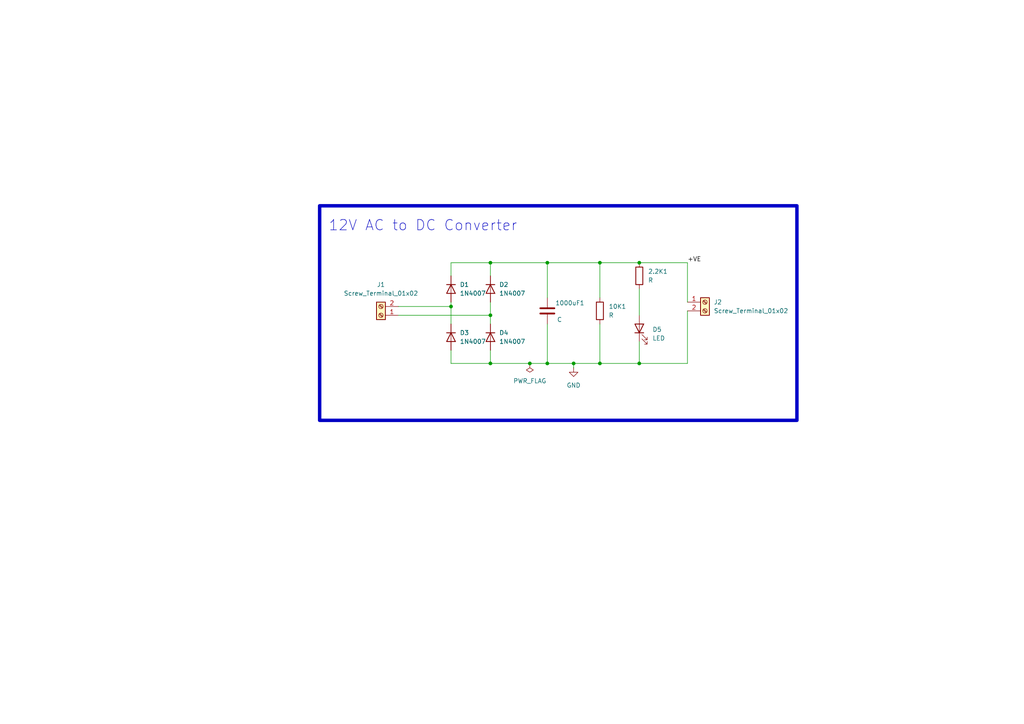
<source format=kicad_sch>
(kicad_sch
	(version 20250114)
	(generator "eeschema")
	(generator_version "9.0")
	(uuid "10d5f2b2-45a1-41d5-926e-b066af97059b")
	(paper "A4")
	(title_block
		(title "AC TO DC CONVERTER")
		(date "2025-07-05")
		(company "NITHIN DESIGNZ")
	)
	(lib_symbols
		(symbol "Connector:Screw_Terminal_01x02"
			(pin_names
				(offset 1.016)
				(hide yes)
			)
			(exclude_from_sim no)
			(in_bom yes)
			(on_board yes)
			(property "Reference" "J"
				(at 0 2.54 0)
				(effects
					(font
						(size 1.27 1.27)
					)
				)
			)
			(property "Value" "Screw_Terminal_01x02"
				(at 0 -5.08 0)
				(effects
					(font
						(size 1.27 1.27)
					)
				)
			)
			(property "Footprint" ""
				(at 0 0 0)
				(effects
					(font
						(size 1.27 1.27)
					)
					(hide yes)
				)
			)
			(property "Datasheet" "~"
				(at 0 0 0)
				(effects
					(font
						(size 1.27 1.27)
					)
					(hide yes)
				)
			)
			(property "Description" "Generic screw terminal, single row, 01x02, script generated (kicad-library-utils/schlib/autogen/connector/)"
				(at 0 0 0)
				(effects
					(font
						(size 1.27 1.27)
					)
					(hide yes)
				)
			)
			(property "ki_keywords" "screw terminal"
				(at 0 0 0)
				(effects
					(font
						(size 1.27 1.27)
					)
					(hide yes)
				)
			)
			(property "ki_fp_filters" "TerminalBlock*:*"
				(at 0 0 0)
				(effects
					(font
						(size 1.27 1.27)
					)
					(hide yes)
				)
			)
			(symbol "Screw_Terminal_01x02_1_1"
				(rectangle
					(start -1.27 1.27)
					(end 1.27 -3.81)
					(stroke
						(width 0.254)
						(type default)
					)
					(fill
						(type background)
					)
				)
				(polyline
					(pts
						(xy -0.5334 0.3302) (xy 0.3302 -0.508)
					)
					(stroke
						(width 0.1524)
						(type default)
					)
					(fill
						(type none)
					)
				)
				(polyline
					(pts
						(xy -0.5334 -2.2098) (xy 0.3302 -3.048)
					)
					(stroke
						(width 0.1524)
						(type default)
					)
					(fill
						(type none)
					)
				)
				(polyline
					(pts
						(xy -0.3556 0.508) (xy 0.508 -0.3302)
					)
					(stroke
						(width 0.1524)
						(type default)
					)
					(fill
						(type none)
					)
				)
				(polyline
					(pts
						(xy -0.3556 -2.032) (xy 0.508 -2.8702)
					)
					(stroke
						(width 0.1524)
						(type default)
					)
					(fill
						(type none)
					)
				)
				(circle
					(center 0 0)
					(radius 0.635)
					(stroke
						(width 0.1524)
						(type default)
					)
					(fill
						(type none)
					)
				)
				(circle
					(center 0 -2.54)
					(radius 0.635)
					(stroke
						(width 0.1524)
						(type default)
					)
					(fill
						(type none)
					)
				)
				(pin passive line
					(at -5.08 0 0)
					(length 3.81)
					(name "Pin_1"
						(effects
							(font
								(size 1.27 1.27)
							)
						)
					)
					(number "1"
						(effects
							(font
								(size 1.27 1.27)
							)
						)
					)
				)
				(pin passive line
					(at -5.08 -2.54 0)
					(length 3.81)
					(name "Pin_2"
						(effects
							(font
								(size 1.27 1.27)
							)
						)
					)
					(number "2"
						(effects
							(font
								(size 1.27 1.27)
							)
						)
					)
				)
			)
			(embedded_fonts no)
		)
		(symbol "Device:C"
			(pin_numbers
				(hide yes)
			)
			(pin_names
				(offset 0.254)
			)
			(exclude_from_sim no)
			(in_bom yes)
			(on_board yes)
			(property "Reference" "C"
				(at 0.635 2.54 0)
				(effects
					(font
						(size 1.27 1.27)
					)
					(justify left)
				)
			)
			(property "Value" "C"
				(at 0.635 -2.54 0)
				(effects
					(font
						(size 1.27 1.27)
					)
					(justify left)
				)
			)
			(property "Footprint" ""
				(at 0.9652 -3.81 0)
				(effects
					(font
						(size 1.27 1.27)
					)
					(hide yes)
				)
			)
			(property "Datasheet" "~"
				(at 0 0 0)
				(effects
					(font
						(size 1.27 1.27)
					)
					(hide yes)
				)
			)
			(property "Description" "Unpolarized capacitor"
				(at 0 0 0)
				(effects
					(font
						(size 1.27 1.27)
					)
					(hide yes)
				)
			)
			(property "ki_keywords" "cap capacitor"
				(at 0 0 0)
				(effects
					(font
						(size 1.27 1.27)
					)
					(hide yes)
				)
			)
			(property "ki_fp_filters" "C_*"
				(at 0 0 0)
				(effects
					(font
						(size 1.27 1.27)
					)
					(hide yes)
				)
			)
			(symbol "C_0_1"
				(polyline
					(pts
						(xy -2.032 0.762) (xy 2.032 0.762)
					)
					(stroke
						(width 0.508)
						(type default)
					)
					(fill
						(type none)
					)
				)
				(polyline
					(pts
						(xy -2.032 -0.762) (xy 2.032 -0.762)
					)
					(stroke
						(width 0.508)
						(type default)
					)
					(fill
						(type none)
					)
				)
			)
			(symbol "C_1_1"
				(pin passive line
					(at 0 3.81 270)
					(length 2.794)
					(name "~"
						(effects
							(font
								(size 1.27 1.27)
							)
						)
					)
					(number "1"
						(effects
							(font
								(size 1.27 1.27)
							)
						)
					)
				)
				(pin passive line
					(at 0 -3.81 90)
					(length 2.794)
					(name "~"
						(effects
							(font
								(size 1.27 1.27)
							)
						)
					)
					(number "2"
						(effects
							(font
								(size 1.27 1.27)
							)
						)
					)
				)
			)
			(embedded_fonts no)
		)
		(symbol "Device:LED"
			(pin_numbers
				(hide yes)
			)
			(pin_names
				(offset 1.016)
				(hide yes)
			)
			(exclude_from_sim no)
			(in_bom yes)
			(on_board yes)
			(property "Reference" "D"
				(at 0 2.54 0)
				(effects
					(font
						(size 1.27 1.27)
					)
				)
			)
			(property "Value" "LED"
				(at 0 -2.54 0)
				(effects
					(font
						(size 1.27 1.27)
					)
				)
			)
			(property "Footprint" ""
				(at 0 0 0)
				(effects
					(font
						(size 1.27 1.27)
					)
					(hide yes)
				)
			)
			(property "Datasheet" "~"
				(at 0 0 0)
				(effects
					(font
						(size 1.27 1.27)
					)
					(hide yes)
				)
			)
			(property "Description" "Light emitting diode"
				(at 0 0 0)
				(effects
					(font
						(size 1.27 1.27)
					)
					(hide yes)
				)
			)
			(property "Sim.Pins" "1=K 2=A"
				(at 0 0 0)
				(effects
					(font
						(size 1.27 1.27)
					)
					(hide yes)
				)
			)
			(property "ki_keywords" "LED diode"
				(at 0 0 0)
				(effects
					(font
						(size 1.27 1.27)
					)
					(hide yes)
				)
			)
			(property "ki_fp_filters" "LED* LED_SMD:* LED_THT:*"
				(at 0 0 0)
				(effects
					(font
						(size 1.27 1.27)
					)
					(hide yes)
				)
			)
			(symbol "LED_0_1"
				(polyline
					(pts
						(xy -3.048 -0.762) (xy -4.572 -2.286) (xy -3.81 -2.286) (xy -4.572 -2.286) (xy -4.572 -1.524)
					)
					(stroke
						(width 0)
						(type default)
					)
					(fill
						(type none)
					)
				)
				(polyline
					(pts
						(xy -1.778 -0.762) (xy -3.302 -2.286) (xy -2.54 -2.286) (xy -3.302 -2.286) (xy -3.302 -1.524)
					)
					(stroke
						(width 0)
						(type default)
					)
					(fill
						(type none)
					)
				)
				(polyline
					(pts
						(xy -1.27 0) (xy 1.27 0)
					)
					(stroke
						(width 0)
						(type default)
					)
					(fill
						(type none)
					)
				)
				(polyline
					(pts
						(xy -1.27 -1.27) (xy -1.27 1.27)
					)
					(stroke
						(width 0.254)
						(type default)
					)
					(fill
						(type none)
					)
				)
				(polyline
					(pts
						(xy 1.27 -1.27) (xy 1.27 1.27) (xy -1.27 0) (xy 1.27 -1.27)
					)
					(stroke
						(width 0.254)
						(type default)
					)
					(fill
						(type none)
					)
				)
			)
			(symbol "LED_1_1"
				(pin passive line
					(at -3.81 0 0)
					(length 2.54)
					(name "K"
						(effects
							(font
								(size 1.27 1.27)
							)
						)
					)
					(number "1"
						(effects
							(font
								(size 1.27 1.27)
							)
						)
					)
				)
				(pin passive line
					(at 3.81 0 180)
					(length 2.54)
					(name "A"
						(effects
							(font
								(size 1.27 1.27)
							)
						)
					)
					(number "2"
						(effects
							(font
								(size 1.27 1.27)
							)
						)
					)
				)
			)
			(embedded_fonts no)
		)
		(symbol "Device:R"
			(pin_numbers
				(hide yes)
			)
			(pin_names
				(offset 0)
			)
			(exclude_from_sim no)
			(in_bom yes)
			(on_board yes)
			(property "Reference" "R"
				(at 2.032 0 90)
				(effects
					(font
						(size 1.27 1.27)
					)
				)
			)
			(property "Value" "R"
				(at 0 0 90)
				(effects
					(font
						(size 1.27 1.27)
					)
				)
			)
			(property "Footprint" ""
				(at -1.778 0 90)
				(effects
					(font
						(size 1.27 1.27)
					)
					(hide yes)
				)
			)
			(property "Datasheet" "~"
				(at 0 0 0)
				(effects
					(font
						(size 1.27 1.27)
					)
					(hide yes)
				)
			)
			(property "Description" "Resistor"
				(at 0 0 0)
				(effects
					(font
						(size 1.27 1.27)
					)
					(hide yes)
				)
			)
			(property "ki_keywords" "R res resistor"
				(at 0 0 0)
				(effects
					(font
						(size 1.27 1.27)
					)
					(hide yes)
				)
			)
			(property "ki_fp_filters" "R_*"
				(at 0 0 0)
				(effects
					(font
						(size 1.27 1.27)
					)
					(hide yes)
				)
			)
			(symbol "R_0_1"
				(rectangle
					(start -1.016 -2.54)
					(end 1.016 2.54)
					(stroke
						(width 0.254)
						(type default)
					)
					(fill
						(type none)
					)
				)
			)
			(symbol "R_1_1"
				(pin passive line
					(at 0 3.81 270)
					(length 1.27)
					(name "~"
						(effects
							(font
								(size 1.27 1.27)
							)
						)
					)
					(number "1"
						(effects
							(font
								(size 1.27 1.27)
							)
						)
					)
				)
				(pin passive line
					(at 0 -3.81 90)
					(length 1.27)
					(name "~"
						(effects
							(font
								(size 1.27 1.27)
							)
						)
					)
					(number "2"
						(effects
							(font
								(size 1.27 1.27)
							)
						)
					)
				)
			)
			(embedded_fonts no)
		)
		(symbol "Diode:1N4007"
			(pin_numbers
				(hide yes)
			)
			(pin_names
				(hide yes)
			)
			(exclude_from_sim no)
			(in_bom yes)
			(on_board yes)
			(property "Reference" "D"
				(at 0 2.54 0)
				(effects
					(font
						(size 1.27 1.27)
					)
				)
			)
			(property "Value" "1N4007"
				(at 0 -2.54 0)
				(effects
					(font
						(size 1.27 1.27)
					)
				)
			)
			(property "Footprint" "Diode_THT:D_DO-41_SOD81_P10.16mm_Horizontal"
				(at 0 -4.445 0)
				(effects
					(font
						(size 1.27 1.27)
					)
					(hide yes)
				)
			)
			(property "Datasheet" "http://www.vishay.com/docs/88503/1n4001.pdf"
				(at 0 0 0)
				(effects
					(font
						(size 1.27 1.27)
					)
					(hide yes)
				)
			)
			(property "Description" "1000V 1A General Purpose Rectifier Diode, DO-41"
				(at 0 0 0)
				(effects
					(font
						(size 1.27 1.27)
					)
					(hide yes)
				)
			)
			(property "Sim.Device" "D"
				(at 0 0 0)
				(effects
					(font
						(size 1.27 1.27)
					)
					(hide yes)
				)
			)
			(property "Sim.Pins" "1=K 2=A"
				(at 0 0 0)
				(effects
					(font
						(size 1.27 1.27)
					)
					(hide yes)
				)
			)
			(property "ki_keywords" "diode"
				(at 0 0 0)
				(effects
					(font
						(size 1.27 1.27)
					)
					(hide yes)
				)
			)
			(property "ki_fp_filters" "D*DO?41*"
				(at 0 0 0)
				(effects
					(font
						(size 1.27 1.27)
					)
					(hide yes)
				)
			)
			(symbol "1N4007_0_1"
				(polyline
					(pts
						(xy -1.27 1.27) (xy -1.27 -1.27)
					)
					(stroke
						(width 0.254)
						(type default)
					)
					(fill
						(type none)
					)
				)
				(polyline
					(pts
						(xy 1.27 1.27) (xy 1.27 -1.27) (xy -1.27 0) (xy 1.27 1.27)
					)
					(stroke
						(width 0.254)
						(type default)
					)
					(fill
						(type none)
					)
				)
				(polyline
					(pts
						(xy 1.27 0) (xy -1.27 0)
					)
					(stroke
						(width 0)
						(type default)
					)
					(fill
						(type none)
					)
				)
			)
			(symbol "1N4007_1_1"
				(pin passive line
					(at -3.81 0 0)
					(length 2.54)
					(name "K"
						(effects
							(font
								(size 1.27 1.27)
							)
						)
					)
					(number "1"
						(effects
							(font
								(size 1.27 1.27)
							)
						)
					)
				)
				(pin passive line
					(at 3.81 0 180)
					(length 2.54)
					(name "A"
						(effects
							(font
								(size 1.27 1.27)
							)
						)
					)
					(number "2"
						(effects
							(font
								(size 1.27 1.27)
							)
						)
					)
				)
			)
			(embedded_fonts no)
		)
		(symbol "power:GND"
			(power)
			(pin_numbers
				(hide yes)
			)
			(pin_names
				(offset 0)
				(hide yes)
			)
			(exclude_from_sim no)
			(in_bom yes)
			(on_board yes)
			(property "Reference" "#PWR"
				(at 0 -6.35 0)
				(effects
					(font
						(size 1.27 1.27)
					)
					(hide yes)
				)
			)
			(property "Value" "GND"
				(at 0 -3.81 0)
				(effects
					(font
						(size 1.27 1.27)
					)
				)
			)
			(property "Footprint" ""
				(at 0 0 0)
				(effects
					(font
						(size 1.27 1.27)
					)
					(hide yes)
				)
			)
			(property "Datasheet" ""
				(at 0 0 0)
				(effects
					(font
						(size 1.27 1.27)
					)
					(hide yes)
				)
			)
			(property "Description" "Power symbol creates a global label with name \"GND\" , ground"
				(at 0 0 0)
				(effects
					(font
						(size 1.27 1.27)
					)
					(hide yes)
				)
			)
			(property "ki_keywords" "global power"
				(at 0 0 0)
				(effects
					(font
						(size 1.27 1.27)
					)
					(hide yes)
				)
			)
			(symbol "GND_0_1"
				(polyline
					(pts
						(xy 0 0) (xy 0 -1.27) (xy 1.27 -1.27) (xy 0 -2.54) (xy -1.27 -1.27) (xy 0 -1.27)
					)
					(stroke
						(width 0)
						(type default)
					)
					(fill
						(type none)
					)
				)
			)
			(symbol "GND_1_1"
				(pin power_in line
					(at 0 0 270)
					(length 0)
					(name "~"
						(effects
							(font
								(size 1.27 1.27)
							)
						)
					)
					(number "1"
						(effects
							(font
								(size 1.27 1.27)
							)
						)
					)
				)
			)
			(embedded_fonts no)
		)
		(symbol "power:PWR_FLAG"
			(power)
			(pin_numbers
				(hide yes)
			)
			(pin_names
				(offset 0)
				(hide yes)
			)
			(exclude_from_sim no)
			(in_bom yes)
			(on_board yes)
			(property "Reference" "#FLG"
				(at 0 1.905 0)
				(effects
					(font
						(size 1.27 1.27)
					)
					(hide yes)
				)
			)
			(property "Value" "PWR_FLAG"
				(at 0 3.81 0)
				(effects
					(font
						(size 1.27 1.27)
					)
				)
			)
			(property "Footprint" ""
				(at 0 0 0)
				(effects
					(font
						(size 1.27 1.27)
					)
					(hide yes)
				)
			)
			(property "Datasheet" "~"
				(at 0 0 0)
				(effects
					(font
						(size 1.27 1.27)
					)
					(hide yes)
				)
			)
			(property "Description" "Special symbol for telling ERC where power comes from"
				(at 0 0 0)
				(effects
					(font
						(size 1.27 1.27)
					)
					(hide yes)
				)
			)
			(property "ki_keywords" "flag power"
				(at 0 0 0)
				(effects
					(font
						(size 1.27 1.27)
					)
					(hide yes)
				)
			)
			(symbol "PWR_FLAG_0_0"
				(pin power_out line
					(at 0 0 90)
					(length 0)
					(name "~"
						(effects
							(font
								(size 1.27 1.27)
							)
						)
					)
					(number "1"
						(effects
							(font
								(size 1.27 1.27)
							)
						)
					)
				)
			)
			(symbol "PWR_FLAG_0_1"
				(polyline
					(pts
						(xy 0 0) (xy 0 1.27) (xy -1.016 1.905) (xy 0 2.54) (xy 1.016 1.905) (xy 0 1.27)
					)
					(stroke
						(width 0)
						(type default)
					)
					(fill
						(type none)
					)
				)
			)
			(embedded_fonts no)
		)
	)
	(rectangle
		(start 92.71 59.69)
		(end 231.14 121.92)
		(stroke
			(width 1)
			(type default)
		)
		(fill
			(type none)
		)
		(uuid b086fc43-1714-4caa-9e68-47e400009218)
	)
	(text "12V AC to DC Converter"
		(exclude_from_sim no)
		(at 122.682 65.532 0)
		(effects
			(font
				(size 3 3)
			)
		)
		(uuid "f8339cfe-abc2-4147-8fc2-fa5bb11e6510")
	)
	(junction
		(at 153.67 105.41)
		(diameter 0)
		(color 0 0 0 0)
		(uuid "18d04c42-d31a-4d8e-abba-ba3cb0d5c321")
	)
	(junction
		(at 173.99 105.41)
		(diameter 0)
		(color 0 0 0 0)
		(uuid "47c1a6dc-a150-4f8b-b18b-f82689dfc6f0")
	)
	(junction
		(at 185.42 76.2)
		(diameter 0)
		(color 0 0 0 0)
		(uuid "52f527a7-ac83-4578-898a-12490af54982")
	)
	(junction
		(at 173.99 76.2)
		(diameter 0)
		(color 0 0 0 0)
		(uuid "86967280-5868-443c-833a-508beaba1eca")
	)
	(junction
		(at 166.37 105.41)
		(diameter 0)
		(color 0 0 0 0)
		(uuid "9c7f55bc-74eb-48e4-91de-e0367c3b19e5")
	)
	(junction
		(at 158.75 76.2)
		(diameter 0)
		(color 0 0 0 0)
		(uuid "aa4676f4-fa91-438f-ab02-dfe736a62a32")
	)
	(junction
		(at 142.24 76.2)
		(diameter 0)
		(color 0 0 0 0)
		(uuid "b5c60114-e3c0-4704-9870-2755d585b9b2")
	)
	(junction
		(at 142.24 105.41)
		(diameter 0)
		(color 0 0 0 0)
		(uuid "c952b518-1c82-400f-a764-e0039ee1e26c")
	)
	(junction
		(at 142.24 91.44)
		(diameter 0)
		(color 0 0 0 0)
		(uuid "cc15125a-042d-4cae-8b0e-6c40f59af999")
	)
	(junction
		(at 185.42 105.41)
		(diameter 0)
		(color 0 0 0 0)
		(uuid "d08685b1-bed4-4c57-90dd-1d7cc777739e")
	)
	(junction
		(at 158.75 105.41)
		(diameter 0)
		(color 0 0 0 0)
		(uuid "dae292ef-58e2-417b-b20f-0dd6af333e43")
	)
	(junction
		(at 130.81 88.9)
		(diameter 0)
		(color 0 0 0 0)
		(uuid "ee69cabf-5281-4329-9001-bcdbe2eeeb63")
	)
	(wire
		(pts
			(xy 130.81 105.41) (xy 142.24 105.41)
		)
		(stroke
			(width 0)
			(type default)
		)
		(uuid "06d69f01-2042-4650-b480-1563e18d5095")
	)
	(wire
		(pts
			(xy 130.81 76.2) (xy 142.24 76.2)
		)
		(stroke
			(width 0)
			(type default)
		)
		(uuid "09a930a2-1bf1-44cd-b14a-cb7ed494a467")
	)
	(wire
		(pts
			(xy 199.39 87.63) (xy 199.39 76.2)
		)
		(stroke
			(width 0)
			(type default)
		)
		(uuid "26dbf659-3d0a-4a2e-a5b8-490029a9dc86")
	)
	(wire
		(pts
			(xy 130.81 88.9) (xy 130.81 93.98)
		)
		(stroke
			(width 0)
			(type default)
		)
		(uuid "35eac912-cd90-4123-8351-f984c4886922")
	)
	(wire
		(pts
			(xy 142.24 105.41) (xy 142.24 101.6)
		)
		(stroke
			(width 0)
			(type default)
		)
		(uuid "415d0744-d5fc-40da-b130-c56d1d0a8077")
	)
	(wire
		(pts
			(xy 142.24 87.63) (xy 142.24 91.44)
		)
		(stroke
			(width 0)
			(type default)
		)
		(uuid "53ee431e-4b8c-4f42-a037-f78c72ac959a")
	)
	(wire
		(pts
			(xy 173.99 93.98) (xy 173.99 105.41)
		)
		(stroke
			(width 0)
			(type default)
		)
		(uuid "5b340f23-53e7-46eb-8229-32f18c6eae25")
	)
	(wire
		(pts
			(xy 185.42 105.41) (xy 173.99 105.41)
		)
		(stroke
			(width 0)
			(type default)
		)
		(uuid "623bbee2-e97c-46ce-994c-f8a41a1bbdab")
	)
	(wire
		(pts
			(xy 153.67 105.41) (xy 158.75 105.41)
		)
		(stroke
			(width 0)
			(type default)
		)
		(uuid "63c38a39-323d-47d4-83de-59b901fc8cfa")
	)
	(wire
		(pts
			(xy 130.81 80.01) (xy 130.81 76.2)
		)
		(stroke
			(width 0)
			(type default)
		)
		(uuid "6500e56e-0be2-4560-9ad2-8663676f6a08")
	)
	(wire
		(pts
			(xy 142.24 76.2) (xy 158.75 76.2)
		)
		(stroke
			(width 0)
			(type default)
		)
		(uuid "655a8c95-b13e-4123-8e45-405db0c5c35f")
	)
	(wire
		(pts
			(xy 142.24 91.44) (xy 142.24 93.98)
		)
		(stroke
			(width 0)
			(type default)
		)
		(uuid "698ee57f-2481-46aa-af44-c29af91b7ffa")
	)
	(wire
		(pts
			(xy 173.99 76.2) (xy 173.99 86.36)
		)
		(stroke
			(width 0)
			(type default)
		)
		(uuid "6b6cc431-0d29-4c83-a67e-8a1569a602b4")
	)
	(wire
		(pts
			(xy 173.99 76.2) (xy 185.42 76.2)
		)
		(stroke
			(width 0)
			(type default)
		)
		(uuid "72202628-219e-419f-b39e-c9c547416ded")
	)
	(wire
		(pts
			(xy 166.37 105.41) (xy 158.75 105.41)
		)
		(stroke
			(width 0)
			(type default)
		)
		(uuid "72e2f35f-9f9c-4574-ba64-cfc94bf8f381")
	)
	(wire
		(pts
			(xy 199.39 76.2) (xy 185.42 76.2)
		)
		(stroke
			(width 0)
			(type default)
		)
		(uuid "7480689a-231b-44e5-bac0-9fab57b4738c")
	)
	(wire
		(pts
			(xy 199.39 105.41) (xy 185.42 105.41)
		)
		(stroke
			(width 0)
			(type default)
		)
		(uuid "87e6578d-958b-478f-8030-d03741a5d31f")
	)
	(wire
		(pts
			(xy 142.24 76.2) (xy 142.24 80.01)
		)
		(stroke
			(width 0)
			(type default)
		)
		(uuid "8d71fe58-b1cd-4892-9b9e-204ff03f4dd4")
	)
	(wire
		(pts
			(xy 130.81 101.6) (xy 130.81 105.41)
		)
		(stroke
			(width 0)
			(type default)
		)
		(uuid "920f53d8-24ab-4ab6-9218-4b29e1aa40f5")
	)
	(wire
		(pts
			(xy 166.37 105.41) (xy 166.37 106.68)
		)
		(stroke
			(width 0)
			(type default)
		)
		(uuid "a0829b55-936a-49ef-924b-eff6c438bb03")
	)
	(wire
		(pts
			(xy 158.75 86.36) (xy 158.75 76.2)
		)
		(stroke
			(width 0)
			(type default)
		)
		(uuid "a70e9147-3f7d-4fa4-8a8e-5c34cc225b74")
	)
	(wire
		(pts
			(xy 115.57 88.9) (xy 130.81 88.9)
		)
		(stroke
			(width 0)
			(type default)
		)
		(uuid "b89c3541-bab9-4c2f-9257-0ceedd06c4cd")
	)
	(wire
		(pts
			(xy 158.75 93.98) (xy 158.75 105.41)
		)
		(stroke
			(width 0)
			(type default)
		)
		(uuid "bb482ffa-bfd3-4210-aff2-2d1e4e6dad19")
	)
	(wire
		(pts
			(xy 185.42 99.06) (xy 185.42 105.41)
		)
		(stroke
			(width 0)
			(type default)
		)
		(uuid "bd6a9703-c263-4749-8502-79d5b2a0a984")
	)
	(wire
		(pts
			(xy 173.99 105.41) (xy 166.37 105.41)
		)
		(stroke
			(width 0)
			(type default)
		)
		(uuid "d2471a82-a727-4ef2-a8ac-3a52e3284848")
	)
	(wire
		(pts
			(xy 199.39 90.17) (xy 199.39 105.41)
		)
		(stroke
			(width 0)
			(type default)
		)
		(uuid "e3302d5f-67c5-4609-9455-674101900aac")
	)
	(wire
		(pts
			(xy 185.42 83.82) (xy 185.42 91.44)
		)
		(stroke
			(width 0)
			(type default)
		)
		(uuid "e43200f1-1b03-4d86-9c68-1188b67e87b2")
	)
	(wire
		(pts
			(xy 115.57 91.44) (xy 142.24 91.44)
		)
		(stroke
			(width 0)
			(type default)
		)
		(uuid "ed9325ff-1625-44bb-8ff6-1739eda6da15")
	)
	(wire
		(pts
			(xy 158.75 76.2) (xy 173.99 76.2)
		)
		(stroke
			(width 0)
			(type default)
		)
		(uuid "f915bf42-9e80-4f01-97bc-e6de06400075")
	)
	(wire
		(pts
			(xy 130.81 87.63) (xy 130.81 88.9)
		)
		(stroke
			(width 0)
			(type default)
		)
		(uuid "f9ebd7a8-380f-4b0c-8134-2f44808561e4")
	)
	(wire
		(pts
			(xy 142.24 105.41) (xy 153.67 105.41)
		)
		(stroke
			(width 0)
			(type default)
		)
		(uuid "fd53ae0e-cc20-4fff-befa-8185e92f98ea")
	)
	(label "+VE"
		(at 199.39 76.2 0)
		(effects
			(font
				(size 1.27 1.27)
			)
			(justify left bottom)
		)
		(uuid "17f18184-6e7d-4116-9994-33b04e5ed47e")
	)
	(symbol
		(lib_id "Diode:1N4007")
		(at 142.24 97.79 270)
		(unit 1)
		(exclude_from_sim no)
		(in_bom yes)
		(on_board yes)
		(dnp no)
		(fields_autoplaced yes)
		(uuid "11299d65-17c0-42ae-a6f1-328833f573c0")
		(property "Reference" "D4"
			(at 144.78 96.5199 90)
			(effects
				(font
					(size 1.27 1.27)
				)
				(justify left)
			)
		)
		(property "Value" "1N4007"
			(at 144.78 99.0599 90)
			(effects
				(font
					(size 1.27 1.27)
				)
				(justify left)
			)
		)
		(property "Footprint" "Diode_THT:D_DO-41_SOD81_P10.16mm_Horizontal"
			(at 137.795 97.79 0)
			(effects
				(font
					(size 1.27 1.27)
				)
				(hide yes)
			)
		)
		(property "Datasheet" "http://www.vishay.com/docs/88503/1n4001.pdf"
			(at 142.24 97.79 0)
			(effects
				(font
					(size 1.27 1.27)
				)
				(hide yes)
			)
		)
		(property "Description" "1000V 1A General Purpose Rectifier Diode, DO-41"
			(at 142.24 97.79 0)
			(effects
				(font
					(size 1.27 1.27)
				)
				(hide yes)
			)
		)
		(property "Sim.Device" "D"
			(at 142.24 97.79 0)
			(effects
				(font
					(size 1.27 1.27)
				)
				(hide yes)
			)
		)
		(property "Sim.Pins" "1=K 2=A"
			(at 142.24 97.79 0)
			(effects
				(font
					(size 1.27 1.27)
				)
				(hide yes)
			)
		)
		(pin "1"
			(uuid "e60b1441-6938-40c2-a0a8-0e7145d2e739")
		)
		(pin "2"
			(uuid "150a7e2d-39e8-4bdc-b38d-cc4d58de49cc")
		)
		(instances
			(project "1st project"
				(path "/10d5f2b2-45a1-41d5-926e-b066af97059b"
					(reference "D4")
					(unit 1)
				)
			)
		)
	)
	(symbol
		(lib_id "Diode:1N4007")
		(at 130.81 83.82 270)
		(unit 1)
		(exclude_from_sim no)
		(in_bom yes)
		(on_board yes)
		(dnp no)
		(fields_autoplaced yes)
		(uuid "46bc836d-f6ce-4502-9163-edfc5865bdb9")
		(property "Reference" "D1"
			(at 133.35 82.5499 90)
			(effects
				(font
					(size 1.27 1.27)
				)
				(justify left)
			)
		)
		(property "Value" "1N4007"
			(at 133.35 85.0899 90)
			(effects
				(font
					(size 1.27 1.27)
				)
				(justify left)
			)
		)
		(property "Footprint" "Diode_THT:D_DO-41_SOD81_P10.16mm_Horizontal"
			(at 126.365 83.82 0)
			(effects
				(font
					(size 1.27 1.27)
				)
				(hide yes)
			)
		)
		(property "Datasheet" "http://www.vishay.com/docs/88503/1n4001.pdf"
			(at 130.81 83.82 0)
			(effects
				(font
					(size 1.27 1.27)
				)
				(hide yes)
			)
		)
		(property "Description" "1000V 1A General Purpose Rectifier Diode, DO-41"
			(at 130.81 83.82 0)
			(effects
				(font
					(size 1.27 1.27)
				)
				(hide yes)
			)
		)
		(property "Sim.Device" "D"
			(at 130.81 83.82 0)
			(effects
				(font
					(size 1.27 1.27)
				)
				(hide yes)
			)
		)
		(property "Sim.Pins" "1=K 2=A"
			(at 130.81 83.82 0)
			(effects
				(font
					(size 1.27 1.27)
				)
				(hide yes)
			)
		)
		(pin "1"
			(uuid "6a370e90-337e-463c-8668-7c618cf7857f")
		)
		(pin "2"
			(uuid "ca27d52a-c10b-43f5-ae2f-7918b6fc1c4b")
		)
		(instances
			(project ""
				(path "/10d5f2b2-45a1-41d5-926e-b066af97059b"
					(reference "D1")
					(unit 1)
				)
			)
		)
	)
	(symbol
		(lib_id "power:PWR_FLAG")
		(at 153.67 105.41 180)
		(unit 1)
		(exclude_from_sim no)
		(in_bom yes)
		(on_board yes)
		(dnp no)
		(fields_autoplaced yes)
		(uuid "7c8aa55b-8b97-436f-810b-4c98ec1ebbd3")
		(property "Reference" "#FLG01"
			(at 153.67 107.315 0)
			(effects
				(font
					(size 1.27 1.27)
				)
				(hide yes)
			)
		)
		(property "Value" "PWR_FLAG"
			(at 153.67 110.49 0)
			(effects
				(font
					(size 1.27 1.27)
				)
			)
		)
		(property "Footprint" ""
			(at 153.67 105.41 0)
			(effects
				(font
					(size 1.27 1.27)
				)
				(hide yes)
			)
		)
		(property "Datasheet" "~"
			(at 153.67 105.41 0)
			(effects
				(font
					(size 1.27 1.27)
				)
				(hide yes)
			)
		)
		(property "Description" "Special symbol for telling ERC where power comes from"
			(at 153.67 105.41 0)
			(effects
				(font
					(size 1.27 1.27)
				)
				(hide yes)
			)
		)
		(pin "1"
			(uuid "c5f16b53-e2d6-4de7-8b2d-d800793b9515")
		)
		(instances
			(project ""
				(path "/10d5f2b2-45a1-41d5-926e-b066af97059b"
					(reference "#FLG01")
					(unit 1)
				)
			)
		)
	)
	(symbol
		(lib_id "Connector:Screw_Terminal_01x02")
		(at 110.49 91.44 180)
		(unit 1)
		(exclude_from_sim no)
		(in_bom yes)
		(on_board yes)
		(dnp no)
		(fields_autoplaced yes)
		(uuid "913e77d5-7775-4a95-b95c-9a5166e1f1e2")
		(property "Reference" "J1"
			(at 110.49 82.55 0)
			(effects
				(font
					(size 1.27 1.27)
				)
			)
		)
		(property "Value" "Screw_Terminal_01x02"
			(at 110.49 85.09 0)
			(effects
				(font
					(size 1.27 1.27)
				)
			)
		)
		(property "Footprint" "TerminalBlock:TerminalBlock_bornier-2_P5.08mm"
			(at 110.49 91.44 0)
			(effects
				(font
					(size 1.27 1.27)
				)
				(hide yes)
			)
		)
		(property "Datasheet" "~"
			(at 110.49 91.44 0)
			(effects
				(font
					(size 1.27 1.27)
				)
				(hide yes)
			)
		)
		(property "Description" "Generic screw terminal, single row, 01x02, script generated (kicad-library-utils/schlib/autogen/connector/)"
			(at 110.49 91.44 0)
			(effects
				(font
					(size 1.27 1.27)
				)
				(hide yes)
			)
		)
		(pin "2"
			(uuid "5ff9f425-e566-4bc2-b8ed-103a97e15419")
		)
		(pin "1"
			(uuid "da406609-010a-4010-beeb-24b4d24de1bf")
		)
		(instances
			(project ""
				(path "/10d5f2b2-45a1-41d5-926e-b066af97059b"
					(reference "J1")
					(unit 1)
				)
			)
		)
	)
	(symbol
		(lib_id "Device:C")
		(at 158.75 90.17 0)
		(unit 1)
		(exclude_from_sim no)
		(in_bom yes)
		(on_board yes)
		(dnp no)
		(uuid "95545276-34b3-40e3-8811-f0db93128338")
		(property "Reference" "1000uF1"
			(at 161.036 87.884 0)
			(effects
				(font
					(size 1.27 1.27)
				)
				(justify left)
			)
		)
		(property "Value" "C"
			(at 161.544 92.71 0)
			(effects
				(font
					(size 1.27 1.27)
				)
				(justify left)
			)
		)
		(property "Footprint" "Capacitor_THT:C_Radial_D8.0mm_H7.0mm_P3.50mm"
			(at 159.7152 93.98 0)
			(effects
				(font
					(size 1.27 1.27)
				)
				(hide yes)
			)
		)
		(property "Datasheet" "~"
			(at 158.75 90.17 0)
			(effects
				(font
					(size 1.27 1.27)
				)
				(hide yes)
			)
		)
		(property "Description" "Unpolarized capacitor"
			(at 158.75 90.17 0)
			(effects
				(font
					(size 1.27 1.27)
				)
				(hide yes)
			)
		)
		(pin "1"
			(uuid "f1656adb-6963-48a6-945b-741ef308e580")
		)
		(pin "2"
			(uuid "2dc4e3ad-b0fd-40dc-a937-6e6d0f45b4da")
		)
		(instances
			(project ""
				(path "/10d5f2b2-45a1-41d5-926e-b066af97059b"
					(reference "1000uF1")
					(unit 1)
				)
			)
		)
	)
	(symbol
		(lib_id "Diode:1N4007")
		(at 130.81 97.79 270)
		(unit 1)
		(exclude_from_sim no)
		(in_bom yes)
		(on_board yes)
		(dnp no)
		(fields_autoplaced yes)
		(uuid "a667cff1-a088-41a6-87ee-d6c5030768a2")
		(property "Reference" "D3"
			(at 133.35 96.5199 90)
			(effects
				(font
					(size 1.27 1.27)
				)
				(justify left)
			)
		)
		(property "Value" "1N4007"
			(at 133.35 99.0599 90)
			(effects
				(font
					(size 1.27 1.27)
				)
				(justify left)
			)
		)
		(property "Footprint" "Diode_THT:D_DO-41_SOD81_P10.16mm_Horizontal"
			(at 126.365 97.79 0)
			(effects
				(font
					(size 1.27 1.27)
				)
				(hide yes)
			)
		)
		(property "Datasheet" "http://www.vishay.com/docs/88503/1n4001.pdf"
			(at 130.81 97.79 0)
			(effects
				(font
					(size 1.27 1.27)
				)
				(hide yes)
			)
		)
		(property "Description" "1000V 1A General Purpose Rectifier Diode, DO-41"
			(at 130.81 97.79 0)
			(effects
				(font
					(size 1.27 1.27)
				)
				(hide yes)
			)
		)
		(property "Sim.Device" "D"
			(at 130.81 97.79 0)
			(effects
				(font
					(size 1.27 1.27)
				)
				(hide yes)
			)
		)
		(property "Sim.Pins" "1=K 2=A"
			(at 130.81 97.79 0)
			(effects
				(font
					(size 1.27 1.27)
				)
				(hide yes)
			)
		)
		(pin "1"
			(uuid "34418a4d-e096-456c-8f1d-043d8b14735a")
		)
		(pin "2"
			(uuid "794f8d24-046c-4727-a353-b4a937eddac9")
		)
		(instances
			(project "1st project"
				(path "/10d5f2b2-45a1-41d5-926e-b066af97059b"
					(reference "D3")
					(unit 1)
				)
			)
		)
	)
	(symbol
		(lib_id "Connector:Screw_Terminal_01x02")
		(at 204.47 87.63 0)
		(unit 1)
		(exclude_from_sim no)
		(in_bom yes)
		(on_board yes)
		(dnp no)
		(fields_autoplaced yes)
		(uuid "a8e08392-3a36-49a0-95ad-01429cfbe166")
		(property "Reference" "J2"
			(at 207.01 87.6299 0)
			(effects
				(font
					(size 1.27 1.27)
				)
				(justify left)
			)
		)
		(property "Value" "Screw_Terminal_01x02"
			(at 207.01 90.1699 0)
			(effects
				(font
					(size 1.27 1.27)
				)
				(justify left)
			)
		)
		(property "Footprint" "TerminalBlock:TerminalBlock_bornier-2_P5.08mm"
			(at 204.47 87.63 0)
			(effects
				(font
					(size 1.27 1.27)
				)
				(hide yes)
			)
		)
		(property "Datasheet" "~"
			(at 204.47 87.63 0)
			(effects
				(font
					(size 1.27 1.27)
				)
				(hide yes)
			)
		)
		(property "Description" "Generic screw terminal, single row, 01x02, script generated (kicad-library-utils/schlib/autogen/connector/)"
			(at 204.47 87.63 0)
			(effects
				(font
					(size 1.27 1.27)
				)
				(hide yes)
			)
		)
		(pin "2"
			(uuid "fd3660c3-4575-4fd7-a43b-b650ba78426b")
		)
		(pin "1"
			(uuid "02a971f2-bff7-4664-b9f1-45b73973c98b")
		)
		(instances
			(project "1st project"
				(path "/10d5f2b2-45a1-41d5-926e-b066af97059b"
					(reference "J2")
					(unit 1)
				)
			)
		)
	)
	(symbol
		(lib_id "Device:R")
		(at 185.42 80.01 0)
		(unit 1)
		(exclude_from_sim no)
		(in_bom yes)
		(on_board yes)
		(dnp no)
		(fields_autoplaced yes)
		(uuid "ae0e5166-1318-4958-8754-bdc527b19d33")
		(property "Reference" "2.2K1"
			(at 187.96 78.7399 0)
			(effects
				(font
					(size 1.27 1.27)
				)
				(justify left)
			)
		)
		(property "Value" "R"
			(at 187.96 81.2799 0)
			(effects
				(font
					(size 1.27 1.27)
				)
				(justify left)
			)
		)
		(property "Footprint" "Resistor_THT:R_Axial_DIN0204_L3.6mm_D1.6mm_P7.62mm_Horizontal"
			(at 183.642 80.01 90)
			(effects
				(font
					(size 1.27 1.27)
				)
				(hide yes)
			)
		)
		(property "Datasheet" "~"
			(at 185.42 80.01 0)
			(effects
				(font
					(size 1.27 1.27)
				)
				(hide yes)
			)
		)
		(property "Description" "Resistor"
			(at 185.42 80.01 0)
			(effects
				(font
					(size 1.27 1.27)
				)
				(hide yes)
			)
		)
		(pin "2"
			(uuid "8359d10d-6082-470e-b858-918220527381")
		)
		(pin "1"
			(uuid "010ea4e1-b265-4630-95e8-7cc6ea7bc98c")
		)
		(instances
			(project ""
				(path "/10d5f2b2-45a1-41d5-926e-b066af97059b"
					(reference "2.2K1")
					(unit 1)
				)
			)
		)
	)
	(symbol
		(lib_id "Device:R")
		(at 173.99 90.17 0)
		(unit 1)
		(exclude_from_sim no)
		(in_bom yes)
		(on_board yes)
		(dnp no)
		(fields_autoplaced yes)
		(uuid "b1c279dc-d816-41cb-abf1-96fbea9c0627")
		(property "Reference" "10K1"
			(at 176.53 88.8999 0)
			(effects
				(font
					(size 1.27 1.27)
				)
				(justify left)
			)
		)
		(property "Value" "R"
			(at 176.53 91.4399 0)
			(effects
				(font
					(size 1.27 1.27)
				)
				(justify left)
			)
		)
		(property "Footprint" "Resistor_THT:R_Axial_DIN0204_L3.6mm_D1.6mm_P7.62mm_Horizontal"
			(at 172.212 90.17 90)
			(effects
				(font
					(size 1.27 1.27)
				)
				(hide yes)
			)
		)
		(property "Datasheet" "~"
			(at 173.99 90.17 0)
			(effects
				(font
					(size 1.27 1.27)
				)
				(hide yes)
			)
		)
		(property "Description" "Resistor"
			(at 173.99 90.17 0)
			(effects
				(font
					(size 1.27 1.27)
				)
				(hide yes)
			)
		)
		(pin "2"
			(uuid "052f4b8c-e812-4db0-a36f-a0834ffddbc2")
		)
		(pin "1"
			(uuid "1e10a7ba-4788-48ea-b4e1-0203f26bc8fe")
		)
		(instances
			(project "1st project"
				(path "/10d5f2b2-45a1-41d5-926e-b066af97059b"
					(reference "10K1")
					(unit 1)
				)
			)
		)
	)
	(symbol
		(lib_id "Device:LED")
		(at 185.42 95.25 90)
		(unit 1)
		(exclude_from_sim no)
		(in_bom yes)
		(on_board yes)
		(dnp no)
		(fields_autoplaced yes)
		(uuid "d776f1a3-e020-4f64-b05a-1542e5f0d379")
		(property "Reference" "D5"
			(at 189.23 95.5674 90)
			(effects
				(font
					(size 1.27 1.27)
				)
				(justify right)
			)
		)
		(property "Value" "LED"
			(at 189.23 98.1074 90)
			(effects
				(font
					(size 1.27 1.27)
				)
				(justify right)
			)
		)
		(property "Footprint" "LED_THT:LED_D5.0mm_Horizontal_O1.27mm_Z3.0mm"
			(at 185.42 95.25 0)
			(effects
				(font
					(size 1.27 1.27)
				)
				(hide yes)
			)
		)
		(property "Datasheet" "~"
			(at 185.42 95.25 0)
			(effects
				(font
					(size 1.27 1.27)
				)
				(hide yes)
			)
		)
		(property "Description" "Light emitting diode"
			(at 185.42 95.25 0)
			(effects
				(font
					(size 1.27 1.27)
				)
				(hide yes)
			)
		)
		(property "Sim.Pins" "1=K 2=A"
			(at 185.42 95.25 0)
			(effects
				(font
					(size 1.27 1.27)
				)
				(hide yes)
			)
		)
		(pin "1"
			(uuid "ec8b7228-a8f0-4722-bf77-d61d41f0b70a")
		)
		(pin "2"
			(uuid "598f8a46-55f6-4e0b-9876-710ee62da349")
		)
		(instances
			(project ""
				(path "/10d5f2b2-45a1-41d5-926e-b066af97059b"
					(reference "D5")
					(unit 1)
				)
			)
		)
	)
	(symbol
		(lib_id "power:GND")
		(at 166.37 106.68 0)
		(unit 1)
		(exclude_from_sim no)
		(in_bom yes)
		(on_board yes)
		(dnp no)
		(fields_autoplaced yes)
		(uuid "dddba96f-942b-4092-8d93-4a3f29f7a64e")
		(property "Reference" "#PWR01"
			(at 166.37 113.03 0)
			(effects
				(font
					(size 1.27 1.27)
				)
				(hide yes)
			)
		)
		(property "Value" "GND"
			(at 166.37 111.76 0)
			(effects
				(font
					(size 1.27 1.27)
				)
			)
		)
		(property "Footprint" ""
			(at 166.37 106.68 0)
			(effects
				(font
					(size 1.27 1.27)
				)
				(hide yes)
			)
		)
		(property "Datasheet" ""
			(at 166.37 106.68 0)
			(effects
				(font
					(size 1.27 1.27)
				)
				(hide yes)
			)
		)
		(property "Description" "Power symbol creates a global label with name \"GND\" , ground"
			(at 166.37 106.68 0)
			(effects
				(font
					(size 1.27 1.27)
				)
				(hide yes)
			)
		)
		(pin "1"
			(uuid "74c9cb1f-6891-4cae-9778-8929806ec0a8")
		)
		(instances
			(project ""
				(path "/10d5f2b2-45a1-41d5-926e-b066af97059b"
					(reference "#PWR01")
					(unit 1)
				)
			)
		)
	)
	(symbol
		(lib_id "Diode:1N4007")
		(at 142.24 83.82 270)
		(unit 1)
		(exclude_from_sim no)
		(in_bom yes)
		(on_board yes)
		(dnp no)
		(fields_autoplaced yes)
		(uuid "e5183cf5-b892-4e06-821a-d491a861147b")
		(property "Reference" "D2"
			(at 144.78 82.5499 90)
			(effects
				(font
					(size 1.27 1.27)
				)
				(justify left)
			)
		)
		(property "Value" "1N4007"
			(at 144.78 85.0899 90)
			(effects
				(font
					(size 1.27 1.27)
				)
				(justify left)
			)
		)
		(property "Footprint" "Diode_THT:D_DO-41_SOD81_P10.16mm_Horizontal"
			(at 137.795 83.82 0)
			(effects
				(font
					(size 1.27 1.27)
				)
				(hide yes)
			)
		)
		(property "Datasheet" "http://www.vishay.com/docs/88503/1n4001.pdf"
			(at 142.24 83.82 0)
			(effects
				(font
					(size 1.27 1.27)
				)
				(hide yes)
			)
		)
		(property "Description" "1000V 1A General Purpose Rectifier Diode, DO-41"
			(at 142.24 83.82 0)
			(effects
				(font
					(size 1.27 1.27)
				)
				(hide yes)
			)
		)
		(property "Sim.Device" "D"
			(at 142.24 83.82 0)
			(effects
				(font
					(size 1.27 1.27)
				)
				(hide yes)
			)
		)
		(property "Sim.Pins" "1=K 2=A"
			(at 142.24 83.82 0)
			(effects
				(font
					(size 1.27 1.27)
				)
				(hide yes)
			)
		)
		(pin "1"
			(uuid "d9187f76-7c8f-40b7-bba7-8b560e5c6a42")
		)
		(pin "2"
			(uuid "d131f26a-25da-46e7-939d-8f508b82a9c6")
		)
		(instances
			(project "1st project"
				(path "/10d5f2b2-45a1-41d5-926e-b066af97059b"
					(reference "D2")
					(unit 1)
				)
			)
		)
	)
	(sheet_instances
		(path "/"
			(page "1")
		)
	)
	(embedded_fonts no)
)

</source>
